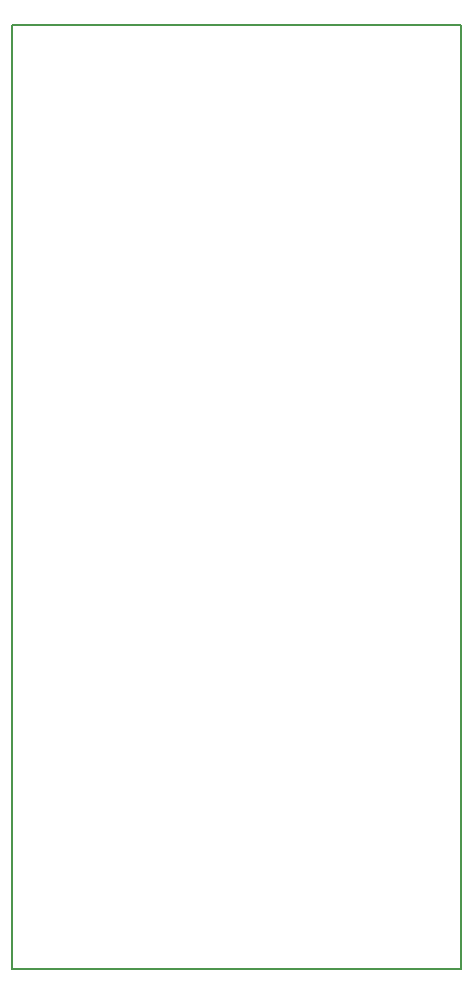
<source format=gko>
G04 #@! TF.FileFunction,Profile,NP*
%FSLAX46Y46*%
G04 Gerber Fmt 4.6, Leading zero omitted, Abs format (unit mm)*
G04 Created by KiCad (PCBNEW 4.0.7-e2-6376~61~ubuntu18.04.1) date Fri Jan 24 00:19:11 2020*
%MOMM*%
%LPD*%
G01*
G04 APERTURE LIST*
%ADD10C,0.100000*%
%ADD11C,0.150000*%
G04 APERTURE END LIST*
D10*
D11*
X0Y-80000000D02*
X0Y0D01*
X38000000Y-80000000D02*
X0Y-80000000D01*
X38000000Y0D02*
X38000000Y-80000000D01*
X0Y0D02*
X38000000Y0D01*
M02*

</source>
